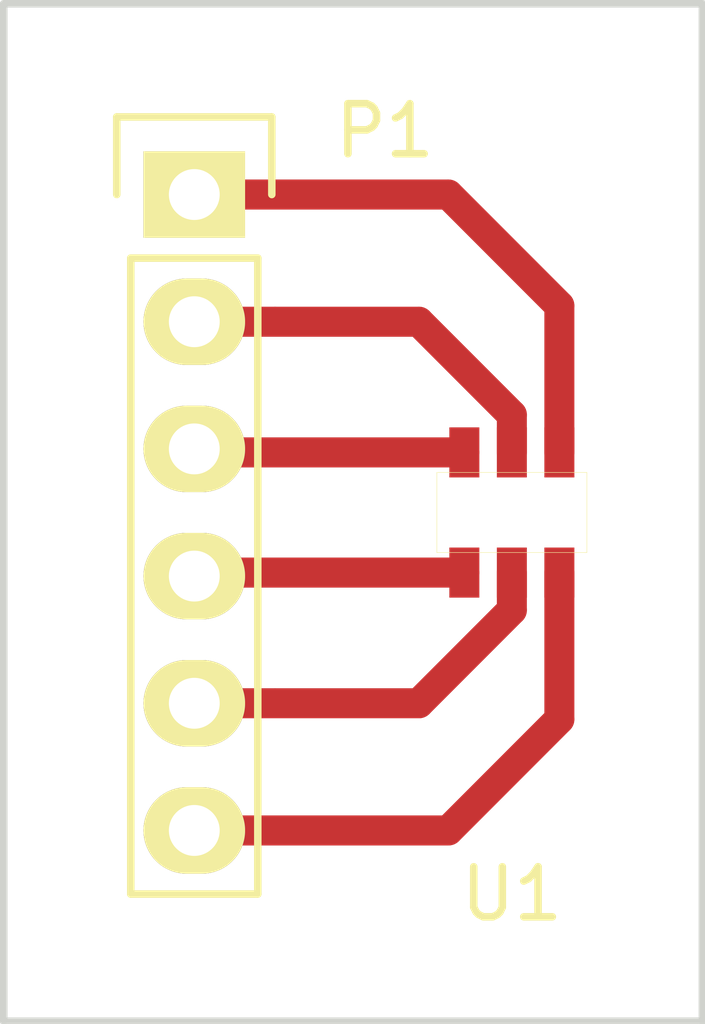
<source format=kicad_pcb>
(kicad_pcb (version 4) (host pcbnew 4.0.2+e4-6225~38~ubuntu16.04.1-stable)

  (general
    (links 6)
    (no_connects 0)
    (area 138.354999 96.444999 152.475001 116.915001)
    (thickness 1.6)
    (drawings 4)
    (tracks 18)
    (zones 0)
    (modules 2)
    (nets 7)
  )

  (page A4)
  (layers
    (0 F.Cu signal)
    (31 B.Cu signal)
    (32 B.Adhes user)
    (33 F.Adhes user)
    (34 B.Paste user)
    (35 F.Paste user)
    (36 B.SilkS user)
    (37 F.SilkS user)
    (38 B.Mask user)
    (39 F.Mask user)
    (40 Dwgs.User user)
    (41 Cmts.User user)
    (42 Eco1.User user)
    (43 Eco2.User user)
    (44 Edge.Cuts user)
    (45 Margin user)
    (46 B.CrtYd user)
    (47 F.CrtYd user)
    (48 B.Fab user)
    (49 F.Fab user)
  )

  (setup
    (last_trace_width 0.6)
    (user_trace_width 0.6)
    (trace_clearance 0.2)
    (zone_clearance 0.508)
    (zone_45_only no)
    (trace_min 0.2)
    (segment_width 0.2)
    (edge_width 0.15)
    (via_size 0.6)
    (via_drill 0.4)
    (via_min_size 0.4)
    (via_min_drill 0.3)
    (uvia_size 0.3)
    (uvia_drill 0.1)
    (uvias_allowed no)
    (uvia_min_size 0.2)
    (uvia_min_drill 0.1)
    (pcb_text_width 0.3)
    (pcb_text_size 1.5 1.5)
    (mod_edge_width 0.15)
    (mod_text_size 1 1)
    (mod_text_width 0.15)
    (pad_size 1.524 1.524)
    (pad_drill 0.762)
    (pad_to_mask_clearance 0.2)
    (aux_axis_origin 0 0)
    (visible_elements FFFFFF7F)
    (pcbplotparams
      (layerselection 0x01000_00000001)
      (usegerberextensions false)
      (excludeedgelayer true)
      (linewidth 0.100000)
      (plotframeref false)
      (viasonmask false)
      (mode 1)
      (useauxorigin false)
      (hpglpennumber 1)
      (hpglpenspeed 20)
      (hpglpendiameter 15)
      (hpglpenoverlay 2)
      (psnegative false)
      (psa4output false)
      (plotreference true)
      (plotvalue true)
      (plotinvisibletext false)
      (padsonsilk false)
      (subtractmaskfromsilk false)
      (outputformat 1)
      (mirror false)
      (drillshape 0)
      (scaleselection 1)
      (outputdirectory gerbers/))
  )

  (net 0 "")
  (net 1 VIN+)
  (net 2 GND)
  (net 3 SCL)
  (net 4 SDA)
  (net 5 +5V)
  (net 6 VIN-)

  (net_class Default "This is the default net class."
    (clearance 0.2)
    (trace_width 0.25)
    (via_dia 0.6)
    (via_drill 0.4)
    (uvia_dia 0.3)
    (uvia_drill 0.1)
    (add_net +5V)
    (add_net GND)
    (add_net SCL)
    (add_net SDA)
    (add_net VIN+)
    (add_net VIN-)
  )

  (module Pin_Headers:Pin_Header_Straight_1x06 (layer F.Cu) (tedit 0) (tstamp 579FC98A)
    (at 142.24 100.33)
    (descr "Through hole pin header")
    (tags "pin header")
    (path /579FC494)
    (fp_text reference P1 (at 3.81 -1.27) (layer F.SilkS)
      (effects (font (size 1 1) (thickness 0.15)))
    )
    (fp_text value CONN_01X06 (at 1.27 -2.54) (layer F.Fab)
      (effects (font (size 1 1) (thickness 0.15)))
    )
    (fp_line (start -1.75 -1.75) (end -1.75 14.45) (layer F.CrtYd) (width 0.05))
    (fp_line (start 1.75 -1.75) (end 1.75 14.45) (layer F.CrtYd) (width 0.05))
    (fp_line (start -1.75 -1.75) (end 1.75 -1.75) (layer F.CrtYd) (width 0.05))
    (fp_line (start -1.75 14.45) (end 1.75 14.45) (layer F.CrtYd) (width 0.05))
    (fp_line (start 1.27 1.27) (end 1.27 13.97) (layer F.SilkS) (width 0.15))
    (fp_line (start 1.27 13.97) (end -1.27 13.97) (layer F.SilkS) (width 0.15))
    (fp_line (start -1.27 13.97) (end -1.27 1.27) (layer F.SilkS) (width 0.15))
    (fp_line (start 1.55 -1.55) (end 1.55 0) (layer F.SilkS) (width 0.15))
    (fp_line (start 1.27 1.27) (end -1.27 1.27) (layer F.SilkS) (width 0.15))
    (fp_line (start -1.55 0) (end -1.55 -1.55) (layer F.SilkS) (width 0.15))
    (fp_line (start -1.55 -1.55) (end 1.55 -1.55) (layer F.SilkS) (width 0.15))
    (pad 1 thru_hole rect (at 0 0) (size 2.032 1.7272) (drill 1.016) (layers *.Cu *.Mask F.SilkS)
      (net 1 VIN+))
    (pad 2 thru_hole oval (at 0 2.54) (size 2.032 1.7272) (drill 1.016) (layers *.Cu *.Mask F.SilkS)
      (net 2 GND))
    (pad 3 thru_hole oval (at 0 5.08) (size 2.032 1.7272) (drill 1.016) (layers *.Cu *.Mask F.SilkS)
      (net 3 SCL))
    (pad 4 thru_hole oval (at 0 7.62) (size 2.032 1.7272) (drill 1.016) (layers *.Cu *.Mask F.SilkS)
      (net 4 SDA))
    (pad 5 thru_hole oval (at 0 10.16) (size 2.032 1.7272) (drill 1.016) (layers *.Cu *.Mask F.SilkS)
      (net 5 +5V))
    (pad 6 thru_hole oval (at 0 12.7) (size 2.032 1.7272) (drill 1.016) (layers *.Cu *.Mask F.SilkS)
      (net 6 VIN-))
    (model Pin_Headers.3dshapes/Pin_Header_Straight_1x06.wrl
      (at (xyz 0 -0.25 0))
      (scale (xyz 1 1 1))
      (rotate (xyz 0 0 90))
    )
  )

  (module scintilla:MCP3425 (layer F.Cu) (tedit 579FC7B2) (tstamp 579FC998)
    (at 148.59 106.68 180)
    (path /579FC463)
    (fp_text reference U1 (at 0 -7.62 180) (layer F.SilkS)
      (effects (font (size 1 1) (thickness 0.15)))
    )
    (fp_text value MCP3425 (at -2.54 -5.08 270) (layer F.Fab)
      (effects (font (size 1 1) (thickness 0.15)))
    )
    (fp_line (start 1.5 -0.8) (end -1.5 -0.8) (layer F.SilkS) (width 0.01))
    (fp_line (start 1.5 0.8) (end 1.5 -0.8) (layer F.SilkS) (width 0.01))
    (fp_line (start -1.5 0.8) (end 1.5 0.8) (layer F.SilkS) (width 0.01))
    (fp_line (start -1.5 -0.8) (end -1.5 0.8) (layer F.SilkS) (width 0.01))
    (pad 1 smd rect (at -0.95 1.2 180) (size 0.6 1) (layers F.Cu F.Paste F.Mask)
      (net 1 VIN+))
    (pad 2 smd rect (at 0 1.2 180) (size 0.6 1) (layers F.Cu F.Paste F.Mask)
      (net 2 GND))
    (pad 3 smd rect (at 0.95 1.2 180) (size 0.6 1) (layers F.Cu F.Paste F.Mask)
      (net 3 SCL))
    (pad 4 smd rect (at 0.95 -1.2 180) (size 0.6 1) (layers F.Cu F.Paste F.Mask)
      (net 4 SDA))
    (pad 5 smd rect (at 0 -1.2 180) (size 0.6 1) (layers F.Cu F.Paste F.Mask)
      (net 5 +5V))
    (pad 6 smd rect (at -0.95 -1.2 180) (size 0.6 1) (layers F.Cu F.Paste F.Mask)
      (net 6 VIN-))
  )

  (gr_line (start 138.43 96.52) (end 138.43 116.84) (layer Edge.Cuts) (width 0.15))
  (gr_line (start 152.4 96.52) (end 138.43 96.52) (layer Edge.Cuts) (width 0.15))
  (gr_line (start 152.4 116.84) (end 152.4 96.52) (layer Edge.Cuts) (width 0.15))
  (gr_line (start 138.43 116.84) (end 152.4 116.84) (layer Edge.Cuts) (width 0.15))

  (segment (start 149.54 102.55) (end 147.32 100.33) (width 0.6) (layer F.Cu) (net 1))
  (segment (start 147.32 100.33) (end 142.24 100.33) (width 0.6) (layer F.Cu) (net 1))
  (segment (start 149.54 105.48) (end 149.54 102.55) (width 0.6) (layer F.Cu) (net 1))
  (segment (start 148.59 105.48) (end 148.59 104.729998) (width 0.6) (layer F.Cu) (net 2))
  (segment (start 148.59 104.729998) (end 146.730002 102.87) (width 0.6) (layer F.Cu) (net 2))
  (segment (start 146.730002 102.87) (end 143.856 102.87) (width 0.6) (layer F.Cu) (net 2))
  (segment (start 143.856 102.87) (end 142.24 102.87) (width 0.6) (layer F.Cu) (net 2))
  (segment (start 147.64 105.48) (end 142.31 105.48) (width 0.6) (layer F.Cu) (net 3))
  (segment (start 142.31 105.48) (end 142.24 105.41) (width 0.6) (layer F.Cu) (net 3))
  (segment (start 147.64 107.88) (end 142.31 107.88) (width 0.6) (layer F.Cu) (net 4))
  (segment (start 142.31 107.88) (end 142.24 107.95) (width 0.6) (layer F.Cu) (net 4))
  (segment (start 148.59 107.88) (end 148.59 108.630002) (width 0.6) (layer F.Cu) (net 5))
  (segment (start 148.59 108.630002) (end 146.730002 110.49) (width 0.6) (layer F.Cu) (net 5))
  (segment (start 143.856 110.49) (end 142.24 110.49) (width 0.6) (layer F.Cu) (net 5))
  (segment (start 146.730002 110.49) (end 143.856 110.49) (width 0.6) (layer F.Cu) (net 5))
  (segment (start 149.54 110.81) (end 147.32 113.03) (width 0.6) (layer F.Cu) (net 6))
  (segment (start 147.32 113.03) (end 142.24 113.03) (width 0.6) (layer F.Cu) (net 6))
  (segment (start 149.54 107.88) (end 149.54 110.81) (width 0.6) (layer F.Cu) (net 6))

)

</source>
